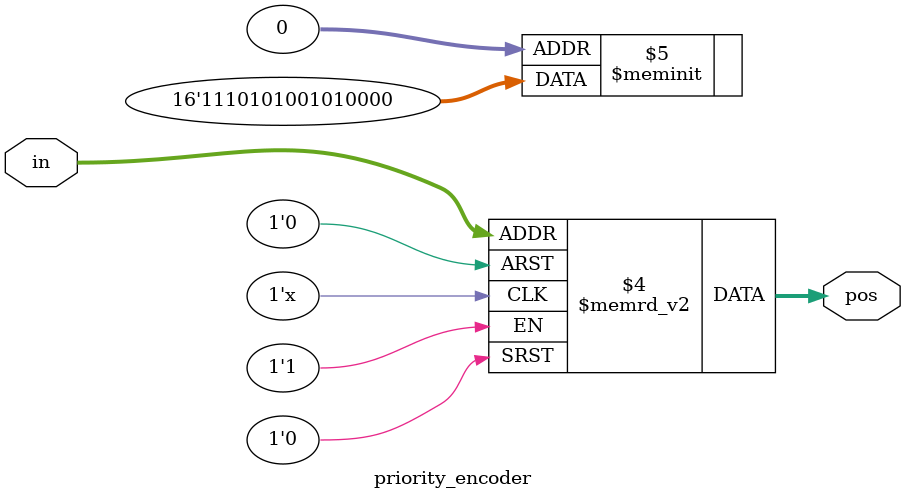
<source format=v>
module priority_encoder( 
input [2:0] in,
output reg [1:0] pos ); 
// When sel=1, assign b to out
always @(*) 
casex (in) 
 3'b000: pos=2'd0; 
 3'b001: pos=2'd0; 
 3'b010: pos=2'd1;
 3'b011: pos=2'd1; 
 3'b100: pos=2'd2; 
 3'b101: pos=2'd2; 
 3'b110: pos=2'd2; 
 3'b111: pos=2'd3; 
endcase 
endmodule

</source>
